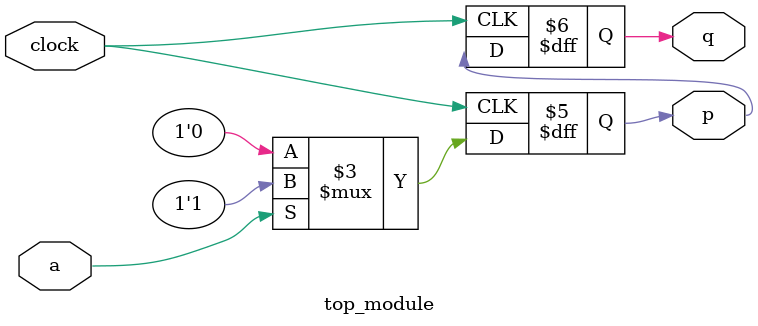
<source format=sv>
module top_module (
    input clock,
    input a, 
    output reg p,
    output reg q
);
    
    // Using a sequential always block to model the sequential behavior of the circuit
    always @(posedge clock) begin
        if (a) begin
            p <= 1;
        end
        else begin
            p <= 0;
        end

        // The 'q' signal imitates the 'p' signal but is delayed by one clock cycle
        q <= p;
    end
    
endmodule

</source>
